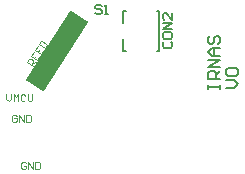
<source format=gto>
G04*
G04 #@! TF.GenerationSoftware,Altium Limited,Altium Designer,19.1.5 (86)*
G04*
G04 Layer_Color=65535*
%FSAX25Y25*%
%MOIN*%
G70*
G01*
G75*
%ADD10C,0.00787*%
%ADD11C,0.00394*%
%ADD12C,0.00591*%
G04:AMPARAMS|DCode=13|XSize=275.59mil|YSize=70.87mil|CornerRadius=0mil|HoleSize=0mil|Usage=FLASHONLY|Rotation=237.250|XOffset=0mil|YOffset=0mil|HoleType=Round|Shape=Rectangle|*
%AMROTATEDRECTD13*
4,1,4,0.04474,0.13506,0.10434,0.09672,-0.04474,-0.13506,-0.10434,-0.09672,0.04474,0.13506,0.0*
%
%ADD13ROTATEDRECTD13*%

D10*
X0161669Y0196339D02*
X0162457D01*
Y0182953D02*
Y0196339D01*
X0161669Y0182953D02*
X0162457D01*
X0150252Y0192402D02*
Y0196339D01*
X0151433D01*
X0150252Y0182953D02*
X0151433Y0182953D01*
X0150252Y0182953D02*
Y0186890D01*
X0184891Y0170748D02*
X0187515D01*
X0188827Y0172060D01*
X0187515Y0173372D01*
X0184891D01*
X0185547Y0174684D02*
X0184891Y0175340D01*
Y0176652D01*
X0185547Y0177308D01*
X0188171D01*
X0188827Y0176652D01*
Y0175340D01*
X0188171Y0174684D01*
X0185547D01*
X0178749Y0170315D02*
Y0171627D01*
Y0170971D01*
X0182685D01*
Y0170315D01*
Y0171627D01*
Y0173595D02*
X0178749D01*
Y0175563D01*
X0179405Y0176219D01*
X0180717D01*
X0181373Y0175563D01*
Y0173595D01*
Y0174907D02*
X0182685Y0176219D01*
Y0177531D02*
X0178749D01*
X0182685Y0180154D01*
X0178749D01*
X0182685Y0181466D02*
X0180061D01*
X0178749Y0182778D01*
X0180061Y0184090D01*
X0182685D01*
X0180717D01*
Y0181466D01*
X0179405Y0188026D02*
X0178749Y0187370D01*
Y0186058D01*
X0179405Y0185402D01*
X0180061D01*
X0180717Y0186058D01*
Y0187370D01*
X0181373Y0188026D01*
X0182029D01*
X0182685Y0187370D01*
Y0186058D01*
X0182029Y0185402D01*
D11*
X0114929Y0161338D02*
X0114535Y0161732D01*
X0113748D01*
X0113354Y0161338D01*
Y0159764D01*
X0113748Y0159370D01*
X0114535D01*
X0114929Y0159764D01*
Y0160551D01*
X0114141D01*
X0115716Y0159370D02*
Y0161732D01*
X0117290Y0159370D01*
Y0161732D01*
X0118077D02*
Y0159370D01*
X0119258D01*
X0119651Y0159764D01*
Y0161338D01*
X0119258Y0161732D01*
X0118077D01*
X0118078Y0145551D02*
X0117685Y0145944D01*
X0116897D01*
X0116504Y0145551D01*
Y0143976D01*
X0116897Y0143583D01*
X0117685D01*
X0118078Y0143976D01*
Y0144763D01*
X0117291D01*
X0118865Y0143583D02*
Y0145944D01*
X0120440Y0143583D01*
Y0145944D01*
X0121227D02*
Y0143583D01*
X0122407D01*
X0122801Y0143976D01*
Y0145551D01*
X0122407Y0145944D01*
X0121227D01*
X0111543Y0168543D02*
Y0166968D01*
X0112330Y0166181D01*
X0113118Y0166968D01*
Y0168543D01*
X0113905Y0166181D02*
Y0168543D01*
X0114692Y0167755D01*
X0115479Y0168543D01*
Y0166181D01*
X0117841Y0168149D02*
X0117447Y0168543D01*
X0116660D01*
X0116266Y0168149D01*
Y0166575D01*
X0116660Y0166181D01*
X0117447D01*
X0117841Y0166575D01*
X0118628Y0168543D02*
Y0166575D01*
X0119021Y0166181D01*
X0119808D01*
X0120202Y0166575D01*
Y0168543D01*
X0120559Y0177953D02*
X0118562Y0179213D01*
X0119192Y0180211D01*
X0119735Y0180334D01*
X0120401Y0179914D01*
X0120523Y0179371D01*
X0119893Y0178373D01*
X0120313Y0179039D02*
X0121399Y0179284D01*
X0120662Y0182541D02*
X0119822Y0181210D01*
X0121819Y0179950D01*
X0122659Y0181281D01*
X0120821Y0180580D02*
X0121241Y0181246D01*
X0121922Y0184538D02*
X0121082Y0183207D01*
X0123079Y0181947D01*
X0123919Y0183278D01*
X0122081Y0182577D02*
X0122501Y0183243D01*
X0122342Y0185204D02*
X0124339Y0183944D01*
X0124969Y0184943D01*
X0124847Y0185486D01*
X0123515Y0186326D01*
X0122972Y0186203D01*
X0122342Y0185204D01*
D12*
X0143249Y0197899D02*
X0142724Y0198424D01*
X0141674D01*
X0141150Y0197899D01*
Y0197375D01*
X0141674Y0196850D01*
X0142724D01*
X0143249Y0196325D01*
Y0195800D01*
X0142724Y0195276D01*
X0141674D01*
X0141150Y0195800D01*
X0144298Y0195276D02*
X0145348D01*
X0144823D01*
Y0198424D01*
X0144298Y0197899D01*
X0164195Y0186115D02*
X0163670Y0185590D01*
Y0184540D01*
X0164195Y0184016D01*
X0166294D01*
X0166819Y0184540D01*
Y0185590D01*
X0166294Y0186115D01*
X0163670Y0188739D02*
Y0187689D01*
X0164195Y0187164D01*
X0166294D01*
X0166819Y0187689D01*
Y0188739D01*
X0166294Y0189263D01*
X0164195D01*
X0163670Y0188739D01*
X0166819Y0190313D02*
X0163670D01*
X0166819Y0192412D01*
X0163670D01*
X0166819Y0195561D02*
Y0193462D01*
X0164720Y0195561D01*
X0164195D01*
X0163670Y0195036D01*
Y0193986D01*
X0164195Y0193462D01*
D13*
X0128512Y0183032D02*
D03*
M02*

</source>
